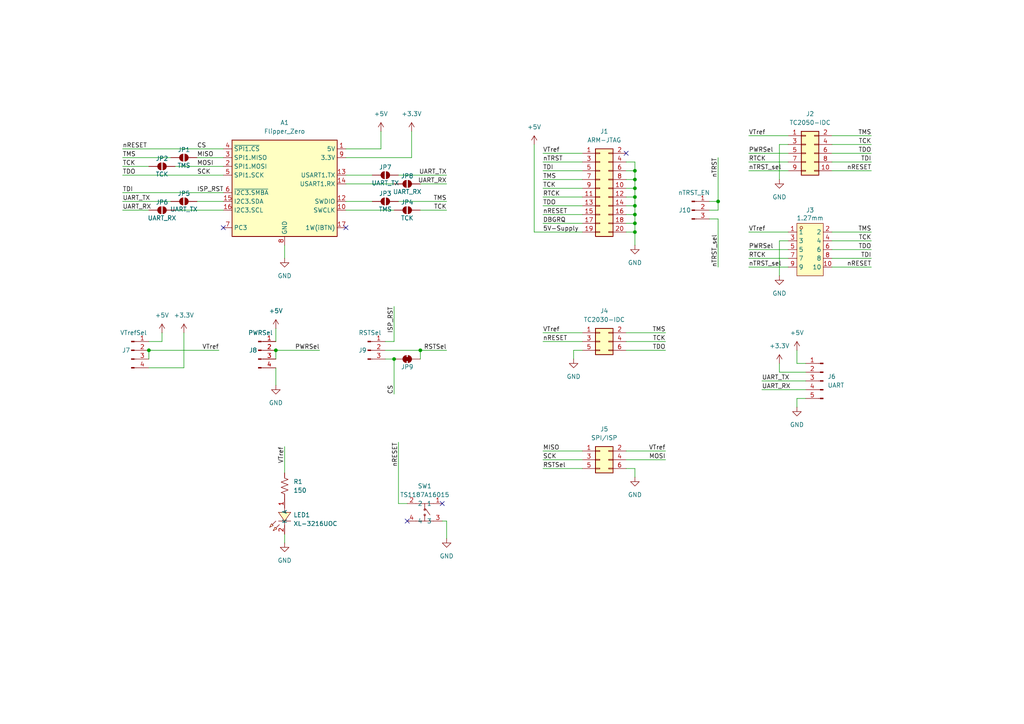
<source format=kicad_sch>
(kicad_sch (version 20250114) (generator "eeschema") (generator_version "9.0")
  (paper "A4")
  (lib_symbols
    (symbol "Connector:Conn_01x03_Pin" (pin_names (offset 1.016) (hide yes))
      (property "Reference" "J" (at 0 5.08 0))
      (property "Value" "Conn_01x03_Pin" (at 0 -5.08 0))
      (symbol "Conn_01x03_Pin_1_1"
        (rectangle (start 0.8636 2.667) (end 0 2.413) (stroke (width 0.1524)) (fill (type outline)))
        (rectangle (start 0.8636 0.127) (end 0 -0.127) (stroke (width 0.1524)) (fill (type outline)))
        (rectangle (start 0.8636 -2.413) (end 0 -2.667) (stroke (width 0.1524)) (fill (type outline)))
        (polyline (pts (xy 1.27 2.54) (xy 0.8636 2.54)) (stroke (width 0.1524)))
        (polyline (pts (xy 1.27 0) (xy 0.8636 0)) (stroke (width 0.1524)))
        (polyline (pts (xy 1.27 -2.54) (xy 0.8636 -2.54)) (stroke (width 0.1524)))
        (pin passive line (at 5.08 2.54 180) (length 3.81) (name "Pin_1") (number "1"))
        (pin passive line (at 5.08 0 180) (length 3.81) (name "Pin_2") (number "2"))
        (pin passive line (at 5.08 -2.54 180) (length 3.81) (name "Pin_3") (number "3"))
      )
    )
    (symbol "Connector:Conn_01x04_Pin" (pin_names (offset 1.016) (hide yes))
      (property "Reference" "J" (at 0 5.08 0))
      (property "Value" "Conn_01x04_Pin" (at 0 -7.62 0))
      (symbol "Conn_01x04_Pin_1_1"
        (rectangle (start 0.8636 2.667) (end 0 2.413) (stroke (width 0.1524)) (fill (type outline)))
        (rectangle (start 0.8636 0.127) (end 0 -0.127) (stroke (width 0.1524)) (fill (type outline)))
        (rectangle (start 0.8636 -2.413) (end 0 -2.667) (stroke (width 0.1524)) (fill (type outline)))
        (rectangle (start 0.8636 -4.953) (end 0 -5.207) (stroke (width 0.1524)) (fill (type outline)))
        (polyline (pts (xy 1.27 2.54) (xy 0.8636 2.54)) (stroke (width 0.1524)))
        (polyline (pts (xy 1.27 0) (xy 0.8636 0)) (stroke (width 0.1524)))
        (polyline (pts (xy 1.27 -2.54) (xy 0.8636 -2.54)) (stroke (width 0.1524)))
        (polyline (pts (xy 1.27 -5.08) (xy 0.8636 -5.08)) (stroke (width 0.1524)))
        (pin passive line (at 5.08 2.54 180) (length 3.81) (name "Pin_1") (number "1"))
        (pin passive line (at 5.08 0 180) (length 3.81) (name "Pin_2") (number "2"))
        (pin passive line (at 5.08 -2.54 180) (length 3.81) (name "Pin_3") (number "3"))
        (pin passive line (at 5.08 -5.08 180) (length 3.81) (name "Pin_4") (number "4"))
      )
    )
    (symbol "Connector:Conn_01x05_Pin" (pin_names (offset 1.016) (hide yes))
      (property "Reference" "J" (at 0 7.62 0))
      (property "Value" "Conn_01x05_Pin" (at 0 -7.62 0))
      (symbol "Conn_01x05_Pin_1_1"
        (rectangle (start 0.8636 5.207) (end 0 4.953) (stroke (width 0.1524)) (fill (type outline)))
        (rectangle (start 0.8636 2.667) (end 0 2.413) (stroke (width 0.1524)) (fill (type outline)))
        (rectangle (start 0.8636 0.127) (end 0 -0.127) (stroke (width 0.1524)) (fill (type outline)))
        (rectangle (start 0.8636 -2.413) (end 0 -2.667) (stroke (width 0.1524)) (fill (type outline)))
        (rectangle (start 0.8636 -4.953) (end 0 -5.207) (stroke (width 0.1524)) (fill (type outline)))
        (polyline (pts (xy 1.27 5.08) (xy 0.8636 5.08)) (stroke (width 0.1524)))
        (polyline (pts (xy 1.27 2.54) (xy 0.8636 2.54)) (stroke (width 0.1524)))
        (polyline (pts (xy 1.27 0) (xy 0.8636 0)) (stroke (width 0.1524)))
        (polyline (pts (xy 1.27 -2.54) (xy 0.8636 -2.54)) (stroke (width 0.1524)))
        (polyline (pts (xy 1.27 -5.08) (xy 0.8636 -5.08)) (stroke (width 0.1524)))
        (pin passive line (at 5.08 5.08 180) (length 3.81) (name "Pin_1") (number "1"))
        (pin passive line (at 5.08 2.54 180) (length 3.81) (name "Pin_2") (number "2"))
        (pin passive line (at 5.08 0 180) (length 3.81) (name "Pin_3") (number "3"))
        (pin passive line (at 5.08 -2.54 180) (length 3.81) (name "Pin_4") (number "4"))
        (pin passive line (at 5.08 -5.08 180) (length 3.81) (name "Pin_5") (number "5"))
      )
    )
    (symbol "Connector_Generic:Conn_02x03_Odd_Even" (pin_names (offset 1.016) (hide yes))
      (property "Reference" "J" (at 1.27 5.08 0))
      (property "Value" "Conn_02x03_Odd_Even" (at 1.27 -5.08 0))
      (symbol "Conn_02x03_Odd_Even_1_1"
        (rectangle (start -1.27 3.81) (end 3.81 -3.81) (stroke (width 0.254)) (fill (type background)))
        (rectangle (start -1.27 2.667) (end 0 2.413) (stroke (width 0.1524)))
        (rectangle (start -1.27 0.127) (end 0 -0.127) (stroke (width 0.1524)))
        (rectangle (start -1.27 -2.413) (end 0 -2.667) (stroke (width 0.1524)))
        (rectangle (start 3.81 2.667) (end 2.54 2.413) (stroke (width 0.1524)))
        (rectangle (start 3.81 0.127) (end 2.54 -0.127) (stroke (width 0.1524)))
        (rectangle (start 3.81 -2.413) (end 2.54 -2.667) (stroke (width 0.1524)))
        (pin passive line (at -5.08 2.54 0) (length 3.81) (name "Pin_1") (number "1"))
        (pin passive line (at -5.08 0 0) (length 3.81) (name "Pin_3") (number "3"))
        (pin passive line (at -5.08 -2.54 0) (length 3.81) (name "Pin_5") (number "5"))
        (pin passive line (at 7.62 2.54 180) (length 3.81) (name "Pin_2") (number "2"))
        (pin passive line (at 7.62 0 180) (length 3.81) (name "Pin_4") (number "4"))
        (pin passive line (at 7.62 -2.54 180) (length 3.81) (name "Pin_6") (number "6"))
      )
    )
    (symbol "Connector_Generic:Conn_02x05_Odd_Even" (pin_names (offset 1.016) (hide yes))
      (property "Reference" "J" (at 1.27 7.62 0))
      (property "Value" "Conn_02x05_Odd_Even" (at 1.27 -7.62 0))
      (symbol "Conn_02x05_Odd_Even_1_1"
        (rectangle (start -1.27 6.35) (end 3.81 -6.35) (stroke (width 0.254)) (fill (type background)))
        (rectangle (start -1.27 5.207) (end 0 4.953) (stroke (width 0.1524)))
        (rectangle (start -1.27 2.667) (end 0 2.413) (stroke (width 0.1524)))
        (rectangle (start -1.27 0.127) (end 0 -0.127) (stroke (width 0.1524)))
        (rectangle (start -1.27 -2.413) (end 0 -2.667) (stroke (width 0.1524)))
        (rectangle (start -1.27 -4.953) (end 0 -5.207) (stroke (width 0.1524)))
        (rectangle (start 3.81 5.207) (end 2.54 4.953) (stroke (width 0.1524)))
        (rectangle (start 3.81 2.667) (end 2.54 2.413) (stroke (width 0.1524)))
        (rectangle (start 3.81 0.127) (end 2.54 -0.127) (stroke (width 0.1524)))
        (rectangle (start 3.81 -2.413) (end 2.54 -2.667) (stroke (width 0.1524)))
        (rectangle (start 3.81 -4.953) (end 2.54 -5.207) (stroke (width 0.1524)))
        (pin passive line (at -5.08 5.08 0) (length 3.81) (name "Pin_1") (number "1"))
        (pin passive line (at -5.08 2.54 0) (length 3.81) (name "Pin_3") (number "3"))
        (pin passive line (at -5.08 0 0) (length 3.81) (name "Pin_5") (number "5"))
        (pin passive line (at -5.08 -2.54 0) (length 3.81) (name "Pin_7") (number "7"))
        (pin passive line (at -5.08 -5.08 0) (length 3.81) (name "Pin_9") (number "9"))
        (pin passive line (at 7.62 5.08 180) (length 3.81) (name "Pin_2") (number "2"))
        (pin passive line (at 7.62 2.54 180) (length 3.81) (name "Pin_4") (number "4"))
        (pin passive line (at 7.62 0 180) (length 3.81) (name "Pin_6") (number "6"))
        (pin passive line (at 7.62 -2.54 180) (length 3.81) (name "Pin_8") (number "8"))
        (pin passive line (at 7.62 -5.08 180) (length 3.81) (name "Pin_10") (number "10"))
      )
    )
    (symbol "Connector_Generic:Conn_02x10_Odd_Even" (pin_names (offset 1.016) (hide yes))
      (property "Reference" "J" (at 1.27 12.7 0))
      (property "Value" "Conn_02x10_Odd_Even" (at 1.27 -15.24 0))
      (symbol "Conn_02x10_Odd_Even_1_1"
        (rectangle (start -1.27 11.43) (end 3.81 -13.97) (stroke (width 0.254)) (fill (type background)))
        (rectangle (start -1.27 10.287) (end 0 10.033) (stroke (width 0.1524)))
        (rectangle (start -1.27 7.747) (end 0 7.493) (stroke (width 0.1524)))
        (rectangle (start -1.27 5.207) (end 0 4.953) (stroke (width 0.1524)))
        (rectangle (start -1.27 2.667) (end 0 2.413) (stroke (width 0.1524)))
        (rectangle (start -1.27 0.127) (end 0 -0.127) (stroke (width 0.1524)))
        (rectangle (start -1.27 -2.413) (end 0 -2.667) (stroke (width 0.1524)))
        (rectangle (start -1.27 -4.953) (end 0 -5.207) (stroke (width 0.1524)))
        (rectangle (start -1.27 -7.493) (end 0 -7.747) (stroke (width 0.1524)))
        (rectangle (start -1.27 -10.033) (end 0 -10.287) (stroke (width 0.1524)))
        (rectangle (start -1.27 -12.573) (end 0 -12.827) (stroke (width 0.1524)))
        (rectangle (start 3.81 10.287) (end 2.54 10.033) (stroke (width 0.1524)))
        (rectangle (start 3.81 7.747) (end 2.54 7.493) (stroke (width 0.1524)))
        (rectangle (start 3.81 5.207) (end 2.54 4.953) (stroke (width 0.1524)))
        (rectangle (start 3.81 2.667) (end 2.54 2.413) (stroke (width 0.1524)))
        (rectangle (start 3.81 0.127) (end 2.54 -0.127) (stroke (width 0.1524)))
        (rectangle (start 3.81 -2.413) (end 2.54 -2.667) (stroke (width 0.1524)))
        (rectangle (start 3.81 -4.953) (end 2.54 -5.207) (stroke (width 0.1524)))
        (rectangle (start 3.81 -7.493) (end 2.54 -7.747) (stroke (width 0.1524)))
        (rectangle (start 3.81 -10.033) (end 2.54 -10.287) (stroke (width 0.1524)))
        (rectangle (start 3.81 -12.573) (end 2.54 -12.827) (stroke (width 0.1524)))
        (pin passive line (at -5.08 10.16 0) (length 3.81) (name "Pin_1") (number "1"))
        (pin passive line (at -5.08 7.62 0) (length 3.81) (name "Pin_3") (number "3"))
        (pin passive line (at -5.08 5.08 0) (length 3.81) (name "Pin_5") (number "5"))
        (pin passive line (at -5.08 2.54 0) (length 3.81) (name "Pin_7") (number "7"))
        (pin passive line (at -5.08 0 0) (length 3.81) (name "Pin_9") (number "9"))
        (pin passive line (at -5.08 -2.54 0) (length 3.81) (name "Pin_11") (number "11"))
        (pin passive line (at -5.08 -5.08 0) (length 3.81) (name "Pin_13") (number "13"))
        (pin passive line (at -5.08 -7.62 0) (length 3.81) (name "Pin_15") (number "15"))
        (pin passive line (at -5.08 -10.16 0) (length 3.81) (name "Pin_17") (number "17"))
        (pin passive line (at -5.08 -12.7 0) (length 3.81) (name "Pin_19") (number "19"))
        (pin passive line (at 7.62 10.16 180) (length 3.81) (name "Pin_2") (number "2"))
        (pin passive line (at 7.62 7.62 180) (length 3.81) (name "Pin_4") (number "4"))
        (pin passive line (at 7.62 5.08 180) (length 3.81) (name "Pin_6") (number "6"))
        (pin passive line (at 7.62 2.54 180) (length 3.81) (name "Pin_8") (number "8"))
        (pin passive line (at 7.62 0 180) (length 3.81) (name "Pin_10") (number "10"))
        (pin passive line (at 7.62 -2.54 180) (length 3.81) (name "Pin_12") (number "12"))
        (pin passive line (at 7.62 -5.08 180) (length 3.81) (name "Pin_14") (number "14"))
        (pin passive line (at 7.62 -7.62 180) (length 3.81) (name "Pin_16") (number "16"))
        (pin passive line (at 7.62 -10.16 180) (length 3.81) (name "Pin_18") (number "18"))
        (pin passive line (at 7.62 -12.7 180) (length 3.81) (name "Pin_20") (number "20"))
      )
    )
    (symbol "Device:R_US" (pin_numbers (hide yes)) (pin_names (offset 0))
      (property "Reference" "R" (at 2.54 0 90))
      (property "Value" "R_US" (at -2.54 0 90))
      (symbol "R_US_0_1"
        (polyline (pts (xy 0 2.286) (xy 0 2.54)))
        (polyline (pts (xy 0 2.286) (xy 1.016 1.905) (xy 0 1.524) (xy -1.016 1.143) (xy 0 0.762)))
        (polyline (pts (xy 0 0.762) (xy 1.016 0.381) (xy 0 0) (xy -1.016 -0.381) (xy 0 -0.762)))
        (polyline (pts (xy 0 -0.762) (xy 1.016 -1.143) (xy 0 -1.524) (xy -1.016 -1.905) (xy 0 -2.286)))
        (polyline (pts (xy 0 -2.286) (xy 0 -2.54)))
      )
      (symbol "R_US_1_1"
        (pin passive line (at 0 3.81 270) (length 1.27) (name "~") (number "1"))
        (pin passive line (at 0 -3.81 90) (length 1.27) (name "~") (number "2"))
      )
    )
    (symbol "EasyEDA2KiCAD:HXIDC127-2-05-Z-4.9"
      (property "Reference" "CN" (at 0 10.16 0))
      (property "Value" "HX IDC127-2-05-Z-4.9" (at 0 -10.16 0))
      (symbol "HXIDC127-2-05-Z-4.9_0_1"
        (rectangle (start -3.81 7.62) (end 3.81 -7.62) (fill (type background)))
        (circle (center -2.54 6.35) (radius 0.38))
        (pin unspecified line (at -6.35 5.08 0) (length 2.54) (name "1") (number "1"))
        (pin unspecified line (at -6.35 2.54 0) (length 2.54) (name "3") (number "3"))
        (pin unspecified line (at -6.35 0 0) (length 2.54) (name "5") (number "5"))
        (pin unspecified line (at -6.35 -2.54 0) (length 2.54) (name "7") (number "7"))
        (pin unspecified line (at -6.35 -5.08 0) (length 2.54) (name "9") (number "9"))
        (pin unspecified line (at 6.35 5.08 180) (length 2.54) (name "2") (number "2"))
        (pin unspecified line (at 6.35 2.54 180) (length 2.54) (name "4") (number "4"))
        (pin unspecified line (at 6.35 0 180) (length 2.54) (name "6") (number "6"))
        (pin unspecified line (at 6.35 -2.54 180) (length 2.54) (name "8") (number "8"))
        (pin unspecified line (at 6.35 -5.08 180) (length 2.54) (name "10") (number "10"))
      )
    )
    (symbol "EasyEDA2KiCAD:TS1187A16015"
      (property "Reference" "SW" (at 0 7.62 0))
      (property "Value" "TS1187A16015" (at 0 -7.62 0))
      (symbol "TS1187A16015_0_1"
        (polyline (pts (xy -2.54 2.54) (xy 2.54 2.54)))
        (polyline (pts (xy -1.52 -0.76) (xy -0.25 1.02)))
        (polyline (pts (xy 0 2.54) (xy 0 1.52)))
        (polyline (pts (xy 0 1.52) (xy 0 0.76)))
        (circle (center 0 0.76) (radius 0.25))
        (circle (center 0 -0.76) (radius 0.25))
        (polyline (pts (xy 0 -2.54) (xy 0 -0.76)))
        (polyline (pts (xy 2.54 -2.54) (xy -2.54 -2.54)))
        (pin unspecified line (at -5.08 2.54 0) (length 2.54) (name "1") (number "1"))
        (pin unspecified line (at -5.08 -2.54 0) (length 2.54) (name "3") (number "3"))
        (pin unspecified line (at 5.08 2.54 180) (length 2.54) (name "2") (number "2"))
        (pin unspecified line (at 5.08 -2.54 180) (length 2.54) (name "4") (number "4"))
      )
    )
    (symbol "EasyEDA2KiCAD:XL-3216UOC"
      (property "Reference" "LED" (at 0 5.08 0))
      (property "Value" "XL-3216UOC" (at 0 -5.08 0))
      (symbol "XL-3216UOC_0_1"
        (polyline (pts (xy -4.06 3.3) (xy -3.05 2.79) (xy -3.56 2.29) (xy -4.06 3.3)) (fill (type background)))
        (polyline (pts (xy -3.05 4.32) (xy -2.03 3.81) (xy -2.54 3.3) (xy -3.05 4.32)) (fill (type background)))
        (polyline (pts (xy -2.29 1.52) (xy -3.3 2.54) (xy -2.29 1.52)) (fill (type background)))
        (polyline (pts (xy -1.27 2.54) (xy -2.29 3.56) (xy -1.27 2.54)) (fill (type background)))
        (polyline (pts (xy -1.27 1.78) (xy -1.27 -1.78)))
        (polyline (pts (xy -1.27 0) (xy -2.54 0)))
        (polyline (pts (xy 1.27 1.78) (xy -1.27 0) (xy 1.27 -1.78) (xy 1.27 1.78)) (fill (type background)))
        (polyline (pts (xy 2.54 0) (xy 1.27 0)))
        (pin unspecified line (at -5.08 0 0) (length 2.54) (name "K") (number "2"))
        (pin unspecified line (at 5.08 0 180) (length 2.54) (name "A") (number "1"))
      )
    )
    (symbol "Jumper:SolderJumper_2_Bridged" (pin_numbers (hide yes)) (pin_names (offset 0) (hide yes)) (in_bom no)
      (property "Reference" "JP" (at 0 2.032 0))
      (property "Value" "SolderJumper_2_Bridged" (at 0 -2.54 0))
      (symbol "SolderJumper_2_Bridged_0_1"
        (rectangle (start -0.508 0.508) (end 0.508 -0.508) (fill (type outline)))
        (polyline (pts (xy -0.254 1.016) (xy -0.254 -1.016)))
        (arc (start -0.254 -1.016) (mid -1.2656 0) (end -0.254 1.016))
        (arc (start -0.254 -1.016) (mid -1.2656 0) (end -0.254 1.016) (fill (type outline)))
        (arc (start 0.254 1.016) (mid 1.2656 0) (end 0.254 -1.016))
        (arc (start 0.254 1.016) (mid 1.2656 0) (end 0.254 -1.016) (fill (type outline)))
        (polyline (pts (xy 0.254 1.016) (xy 0.254 -1.016)))
      )
      (symbol "SolderJumper_2_Bridged_1_1"
        (pin passive line (at -3.81 0 0) (length 2.54) (name "A") (number "1"))
        (pin passive line (at 3.81 0 180) (length 2.54) (name "B") (number "2"))
      )
    )
    (symbol "Jumper:SolderJumper_2_Open" (pin_numbers (hide yes)) (pin_names (offset 0) (hide yes)) (in_bom no)
      (property "Reference" "JP" (at 0 2.032 0))
      (property "Value" "SolderJumper_2_Open" (at 0 -2.54 0))
      (symbol "SolderJumper_2_Open_0_1"
        (polyline (pts (xy -0.254 1.016) (xy -0.254 -1.016)))
        (arc (start -0.254 -1.016) (mid -1.2656 0) (end -0.254 1.016))
        (arc (start -0.254 -1.016) (mid -1.2656 0) (end -0.254 1.016) (fill (type outline)))
        (arc (start 0.254 1.016) (mid 1.2656 0) (end 0.254 -1.016))
        (arc (start 0.254 1.016) (mid 1.2656 0) (end 0.254 -1.016) (fill (type outline)))
        (polyline (pts (xy 0.254 1.016) (xy 0.254 -1.016)))
      )
      (symbol "SolderJumper_2_Open_1_1"
        (pin passive line (at -3.81 0 0) (length 2.54) (name "A") (number "1"))
        (pin passive line (at 3.81 0 180) (length 2.54) (name "B") (number "2"))
      )
    )
    (symbol "MCU_Module:Flipper_Zero"
      (property "Reference" "A" (at -14.224 16.764 0))
      (property "Value" "Flipper_Zero" (at 8.89 16.764 0))
      (symbol "Flipper_Zero_0_0"
        (pin power_out line (at 17.78 12.7 180) (length 2.54) (name "5V") (number "1"))
        (pin power_out line (at 17.78 10.16 180) (length 2.54) (name "3.3V") (number "9"))
      )
      (symbol "Flipper_Zero_1_0"
        (pin bidirectional line (at -17.78 12.7 0) (length 2.54) (name "~{SPI1.CS}") (number "4"))
        (pin bidirectional line (at -17.78 10.16 0) (length 2.54) (name "SPI1.MISO") (number "3"))
        (pin bidirectional line (at -17.78 7.62 0) (length 2.54) (name "SPI1.MOSI") (number "2"))
        (pin bidirectional line (at -17.78 5.08 0) (length 2.54) (name "SPI1.SCK") (number "5"))
        (pin open_collector line (at -17.78 0 0) (length 2.54) (name "~{I2C3.SMBA}") (number "6"))
        (pin bidirectional line (at -17.78 -2.54 0) (length 2.54) (name "I2C3.SDA") (number "15"))
        (pin bidirectional line (at -17.78 -5.08 0) (length 2.54) (name "I2C3.SCL") (number "16"))
        (pin bidirectional line (at -17.78 -10.16 0) (length 2.54) (name "PC3") (number "7"))
        (pin passive line (at 0 -15.24 90) (length 2.54) (hide yes) (name "GND") (number "11"))
        (pin passive line (at 0 -15.24 90) (length 2.54) (hide yes) (name "GND") (number "18"))
        (pin power_in line (at 0 -15.24 90) (length 2.54) (name "GND") (number "8"))
        (pin output line (at 17.78 5.08 180) (length 2.54) (name "USART1.TX") (number "13"))
        (pin input line (at 17.78 2.54 180) (length 2.54) (name "USART1.RX") (number "14"))
        (pin bidirectional line (at 17.78 -2.54 180) (length 2.54) (name "SWDIO") (number "12"))
        (pin output line (at 17.78 -5.08 180) (length 2.54) (name "SWCLK") (number "10"))
        (pin bidirectional line (at 17.78 -10.16 180) (length 2.54) (name "1W(iBTN)") (number "17"))
      )
      (symbol "Flipper_Zero_1_1"
        (rectangle (start -15.24 15.24) (end 15.24 -12.7) (stroke (width 0.254)) (fill (type background)))
      )
    )
    (symbol "PCM_4ms_Power-symbol:+3.3V" (power) (pin_names (offset 0))
      (property "Value" "+3.3V" (at 0 3.556 0))
      (symbol "+3.3V_0_1"
        (polyline (pts (xy -0.762 1.27) (xy 0 2.54)))
        (polyline (pts (xy 0 2.54) (xy 0.762 1.27)))
        (polyline (pts (xy 0 0) (xy 0 2.54)))
      )
      (symbol "+3.3V_1_1"
        (pin power_in line (at 0 0 90) (length 0) (hide yes) (name "+3V3") (number "1"))
      )
    )
    (symbol "power:+5V" (power) (pin_numbers (hide yes)) (pin_names (offset 0) (hide yes))
      (property "Value" "+5V" (at 0 3.556 0))
      (symbol "+5V_0_1"
        (polyline (pts (xy -0.762 1.27) (xy 0 2.54)))
        (polyline (pts (xy 0 2.54) (xy 0.762 1.27)))
        (polyline (pts (xy 0 0) (xy 0 2.54)))
      )
      (symbol "+5V_1_1"
        (pin power_in line (at 0 0 90) (length 0) (name "~") (number "1"))
      )
    )
    (symbol "power:GND" (power) (pin_numbers (hide yes)) (pin_names (offset 0) (hide yes))
      (property "Value" "GND" (at 0 -3.81 0))
      (symbol "GND_0_1"
        (polyline (pts (xy 0 0) (xy 0 -1.27) (xy 1.27 -1.27) (xy 0 -2.54) (xy -1.27 -1.27) (xy 0 -1.27)))
      )
      (symbol "GND_1_1"
        (pin power_in line (at 0 0 270) (length 0) (name "~") (number "1"))
      )
    )
  )
  (junction (at 184.15 49.53))
  (junction (at 184.15 62.23))
  (junction (at 43.18 101.6))
  (junction (at 184.15 59.69))
  (junction (at 114.3 104.14))
  (junction (at 184.15 67.31))
  (junction (at 184.15 64.77))
  (junction (at 184.15 57.15))
  (junction (at 184.15 52.07))
  (junction (at 184.15 54.61))
  (junction (at 208.28 58.42))
  (junction (at 121.92 101.6))
  (junction (at 80.01 101.6))
  (no_connect (at 181.61 44.45))
  (no_connect (at 100.33 66.04))
  (no_connect (at 118.11 151.13))
  (no_connect (at 64.77 66.04))
  (no_connect (at 128.27 146.05))
  (wire (pts (xy 57.15 58.42) (xy 64.77 58.42)))
  (wire (pts (xy 217.17 46.99) (xy 228.6 46.99)))
  (wire (pts (xy 157.48 44.45) (xy 168.91 44.45)))
  (wire (pts (xy 220.98 110.49) (xy 233.68 110.49)))
  (wire (pts (xy 121.92 101.6) (xy 129.54 101.6)))
  (wire (pts (xy 181.61 64.77) (xy 184.15 64.77)))
  (wire (pts (xy 50.8 48.26) (xy 64.77 48.26)))
  (wire (pts (xy 110.49 38.1) (xy 110.49 43.18)))
  (wire (pts (xy 166.37 101.6) (xy 168.91 101.6)))
  (wire (pts (xy 181.61 101.6) (xy 193.04 101.6)))
  (wire (pts (xy 129.54 53.34) (xy 121.92 53.34)))
  (wire (pts (xy 121.92 60.96) (xy 129.54 60.96)))
  (wire (pts (xy 217.17 74.93) (xy 228.6 74.93)))
  (wire (pts (xy 100.33 53.34) (xy 114.3 53.34)))
  (wire (pts (xy 220.98 113.03) (xy 233.68 113.03)))
  (wire (pts (xy 50.8 60.96) (xy 64.77 60.96)))
  (wire (pts (xy 241.3 74.93) (xy 252.73 74.93)))
  (wire (pts (xy 217.17 39.37) (xy 228.6 39.37)))
  (wire (pts (xy 114.3 104.14) (xy 114.3 114.3)))
  (wire (pts (xy 157.48 130.81) (xy 168.91 130.81)))
  (wire (pts (xy 233.68 105.41) (xy 231.14 105.41)))
  (wire (pts (xy 100.33 58.42) (xy 107.95 58.42)))
  (wire (pts (xy 157.48 135.89) (xy 168.91 135.89)))
  (wire (pts (xy 53.34 96.52) (xy 53.34 106.68)))
  (wire (pts (xy 241.3 69.85) (xy 252.73 69.85)))
  (wire (pts (xy 231.14 101.6) (xy 231.14 105.41)))
  (wire (pts (xy 35.56 58.42) (xy 49.53 58.42)))
  (wire (pts (xy 181.61 67.31) (xy 184.15 67.31)))
  (wire (pts (xy 205.74 63.5) (xy 208.28 63.5)))
  (wire (pts (xy 57.15 45.72) (xy 64.77 45.72)))
  (wire (pts (xy 184.15 46.99) (xy 184.15 49.53)))
  (wire (pts (xy 241.3 39.37) (xy 252.73 39.37)))
  (wire (pts (xy 181.61 62.23) (xy 184.15 62.23)))
  (wire (pts (xy 35.56 60.96) (xy 43.18 60.96)))
  (wire (pts (xy 129.54 151.13) (xy 128.27 151.13)))
  (wire (pts (xy 217.17 44.45) (xy 228.6 44.45)))
  (wire (pts (xy 157.48 62.23) (xy 168.91 62.23)))
  (wire (pts (xy 241.3 67.31) (xy 252.73 67.31)))
  (wire (pts (xy 184.15 57.15) (xy 184.15 59.69)))
  (wire (pts (xy 100.33 43.18) (xy 110.49 43.18)))
  (wire (pts (xy 129.54 50.8) (xy 115.57 50.8)))
  (wire (pts (xy 43.18 101.6) (xy 43.18 104.14)))
  (wire (pts (xy 157.48 54.61) (xy 168.91 54.61)))
  (wire (pts (xy 63.5 101.6) (xy 43.18 101.6)))
  (wire (pts (xy 100.33 45.72) (xy 119.38 45.72)))
  (wire (pts (xy 181.61 130.81) (xy 193.04 130.81)))
  (wire (pts (xy 121.92 101.6) (xy 121.92 104.14)))
  (wire (pts (xy 111.76 104.14) (xy 114.3 104.14)))
  (wire (pts (xy 157.48 49.53) (xy 168.91 49.53)))
  (wire (pts (xy 157.48 64.77) (xy 168.91 64.77)))
  (wire (pts (xy 82.55 154.94) (xy 82.55 157.48)))
  (wire (pts (xy 184.15 59.69) (xy 184.15 62.23)))
  (wire (pts (xy 114.3 88.9) (xy 114.3 99.06)))
  (wire (pts (xy 181.61 99.06) (xy 193.04 99.06)))
  (wire (pts (xy 217.17 77.47) (xy 228.6 77.47)))
  (wire (pts (xy 231.14 115.57) (xy 231.14 118.11)))
  (wire (pts (xy 217.17 72.39) (xy 228.6 72.39)))
  (wire (pts (xy 241.3 49.53) (xy 252.73 49.53)))
  (wire (pts (xy 226.06 69.85) (xy 228.6 69.85)))
  (wire (pts (xy 35.56 48.26) (xy 43.18 48.26)))
  (wire (pts (xy 205.74 58.42) (xy 208.28 58.42)))
  (wire (pts (xy 80.01 106.68) (xy 80.01 111.76)))
  (wire (pts (xy 208.28 58.42) (xy 208.28 60.96)))
  (wire (pts (xy 181.61 133.35) (xy 193.04 133.35)))
  (wire (pts (xy 157.48 59.69) (xy 168.91 59.69)))
  (wire (pts (xy 184.15 52.07) (xy 184.15 54.61)))
  (wire (pts (xy 226.06 69.85) (xy 226.06 80.01)))
  (wire (pts (xy 217.17 49.53) (xy 228.6 49.53)))
  (wire (pts (xy 80.01 95.25) (xy 80.01 99.06)))
  (wire (pts (xy 184.15 67.31) (xy 184.15 71.12)))
  (wire (pts (xy 205.74 60.96) (xy 208.28 60.96)))
  (wire (pts (xy 157.48 57.15) (xy 168.91 57.15)))
  (wire (pts (xy 35.56 43.18) (xy 64.77 43.18)))
  (wire (pts (xy 181.61 46.99) (xy 184.15 46.99)))
  (wire (pts (xy 157.48 133.35) (xy 168.91 133.35)))
  (wire (pts (xy 217.17 67.31) (xy 228.6 67.31)))
  (wire (pts (xy 241.3 72.39) (xy 252.73 72.39)))
  (wire (pts (xy 111.76 99.06) (xy 114.3 99.06)))
  (wire (pts (xy 226.06 41.91) (xy 226.06 52.07)))
  (wire (pts (xy 241.3 77.47) (xy 252.73 77.47)))
  (wire (pts (xy 181.61 52.07) (xy 184.15 52.07)))
  (wire (pts (xy 184.15 49.53) (xy 184.15 52.07)))
  (wire (pts (xy 184.15 62.23) (xy 184.15 64.77)))
  (wire (pts (xy 241.3 41.91) (xy 252.73 41.91)))
  (wire (pts (xy 35.56 55.88) (xy 64.77 55.88)))
  (wire (pts (xy 184.15 135.89) (xy 181.61 135.89)))
  (wire (pts (xy 119.38 45.72) (xy 119.38 38.1)))
  (wire (pts (xy 184.15 138.43) (xy 184.15 135.89)))
  (wire (pts (xy 154.94 67.31) (xy 168.91 67.31)))
  (wire (pts (xy 181.61 57.15) (xy 184.15 57.15)))
  (wire (pts (xy 226.06 105.41) (xy 226.06 107.95)))
  (wire (pts (xy 184.15 54.61) (xy 184.15 57.15)))
  (wire (pts (xy 80.01 101.6) (xy 92.71 101.6)))
  (wire (pts (xy 181.61 96.52) (xy 193.04 96.52)))
  (wire (pts (xy 166.37 101.6) (xy 166.37 104.14)))
  (wire (pts (xy 46.99 99.06) (xy 43.18 99.06)))
  (wire (pts (xy 100.33 50.8) (xy 107.95 50.8)))
  (wire (pts (xy 184.15 64.77) (xy 184.15 67.31)))
  (wire (pts (xy 111.76 101.6) (xy 121.92 101.6)))
  (wire (pts (xy 157.48 52.07) (xy 168.91 52.07)))
  (wire (pts (xy 35.56 50.8) (xy 64.77 50.8)))
  (wire (pts (xy 208.28 45.72) (xy 208.28 58.42)))
  (wire (pts (xy 226.06 41.91) (xy 228.6 41.91)))
  (wire (pts (xy 157.48 46.99) (xy 168.91 46.99)))
  (wire (pts (xy 241.3 46.99) (xy 252.73 46.99)))
  (wire (pts (xy 181.61 54.61) (xy 184.15 54.61)))
  (wire (pts (xy 115.57 58.42) (xy 129.54 58.42)))
  (wire (pts (xy 82.55 71.12) (xy 82.55 74.93)))
  (wire (pts (xy 181.61 49.53) (xy 184.15 49.53)))
  (wire (pts (xy 157.48 99.06) (xy 168.91 99.06)))
  (wire (pts (xy 80.01 101.6) (xy 80.01 104.14)))
  (wire (pts (xy 129.54 156.21) (xy 129.54 151.13)))
  (wire (pts (xy 154.94 41.91) (xy 154.94 67.31)))
  (wire (pts (xy 208.28 63.5) (xy 208.28 77.47)))
  (wire (pts (xy 53.34 106.68) (xy 43.18 106.68)))
  (wire (pts (xy 46.99 96.52) (xy 46.99 99.06)))
  (wire (pts (xy 115.57 128.27) (xy 115.57 146.05)))
  (wire (pts (xy 100.33 60.96) (xy 114.3 60.96)))
  (wire (pts (xy 233.68 115.57) (xy 231.14 115.57)))
  (wire (pts (xy 241.3 44.45) (xy 252.73 44.45)))
  (wire (pts (xy 82.55 129.54) (xy 82.55 137.16)))
  (wire (pts (xy 226.06 107.95) (xy 233.68 107.95)))
  (wire (pts (xy 115.57 146.05) (xy 118.11 146.05)))
  (wire (pts (xy 35.56 45.72) (xy 49.53 45.72)))
  (wire (pts (xy 157.48 96.52) (xy 168.91 96.52)))
  (wire (pts (xy 181.61 59.69) (xy 184.15 59.69)))
  (label "ISP_RST" (at 57.15 55.88 0))
  (label "UART_RX" (at 220.98 113.03 0))
  (label "PWRSel" (at 217.17 44.45 0))
  (label "nRESET" (at 157.48 99.06 0))
  (label "SCK" (at 157.48 133.35 0))
  (label "VTref" (at 82.55 129.54 270))
  (label "nTRST_sel" (at 217.17 77.47 0))
  (label "VTref" (at 157.48 44.45 0))
  (label "TMS" (at 252.73 39.37 180))
  (label "TDO" (at 252.73 72.39 180))
  (label "TDO" (at 157.48 59.69 0))
  (label "CS" (at 57.15 43.18 0))
  (label "RTCK" (at 157.48 57.15 0))
  (label "TCK" (at 129.54 60.96 180))
  (label "nTRST_sel" (at 217.17 49.53 0))
  (label "RTCK" (at 217.17 46.99 0))
  (label "TDO" (at 35.56 50.8 0))
  (label "UART_RX" (at 129.54 53.34 180))
  (label "TDI" (at 252.73 74.93 180))
  (label "TDI" (at 157.48 49.53 0))
  (label "RSTSel" (at 129.54 101.6 180))
  (label "TMS" (at 129.54 58.42 180))
  (label "TCK" (at 252.73 41.91 180))
  (label "MOSI" (at 57.15 48.26 0))
  (label "VTref" (at 193.04 130.81 180))
  (label "UART_RX" (at 35.56 60.96 0))
  (label "TCK" (at 35.56 48.26 0))
  (label "VTref" (at 217.17 67.31 0))
  (label "TMS" (at 252.73 67.31 180))
  (label "ISP_RST" (at 114.3 88.9 270))
  (label "nRESET" (at 252.73 49.53 180))
  (label "RTCK" (at 217.17 74.93 0))
  (label "VTref" (at 157.48 96.52 0))
  (label "UART_TX" (at 35.56 58.42 0))
  (label "DBGRQ" (at 157.48 64.77 0))
  (label "UART_TX" (at 129.54 50.8 180))
  (label "PWRSel" (at 217.17 72.39 0))
  (label "nRESET" (at 115.57 128.27 270))
  (label "RSTSel" (at 157.48 135.89 0))
  (label "UART_TX" (at 220.98 110.49 0))
  (label "MOSI" (at 193.04 133.35 180))
  (label "nRESET" (at 35.56 43.18 0))
  (label "5V-Supply" (at 157.48 67.31 0))
  (label "TDI" (at 252.73 46.99 180))
  (label "nTRST_sel" (at 208.28 77.47 90))
  (label "MISO" (at 157.48 130.81 0))
  (label "TMS" (at 157.48 52.07 0))
  (label "TMS" (at 193.04 96.52 180))
  (label "TMS" (at 35.56 45.72 0))
  (label "TCK" (at 193.04 99.06 180))
  (label "TCK" (at 157.48 54.61 0))
  (label "SCK" (at 57.15 50.8 0))
  (label "MISO" (at 57.15 45.72 0))
  (label "PWRSel" (at 92.71 101.6 180))
  (label "CS" (at 114.3 114.3 90))
  (label "nRESET" (at 252.73 77.47 180))
  (label "nRESET" (at 157.48 62.23 0))
  (label "VTref" (at 63.5 101.6 180))
  (label "nTRST" (at 157.48 46.99 0))
  (label "TDI" (at 35.56 55.88 0))
  (label "VTref" (at 217.17 39.37 0))
  (label "TDO" (at 252.73 44.45 180))
  (label "TDO" (at 193.04 101.6 180))
  (label "nTRST" (at 208.28 45.72 270))
  (label "TCK" (at 252.73 69.85 180))
  (symbol (lib_id "power:GND") (at 184.15 71.12 0) (unit 1)
    (property "Reference" "#PWR01" (effects (hide yes)))
    (property "Value" "GND" (at 184.15 76.2 0))
    (property "Description" "Power symbol creates a global label with name \"GND\" , ground" (effects (hide yes)))
  )
  (symbol (lib_id "Jumper:SolderJumper_2_Open") (at 118.11 60.96 0) (unit 1) (in_bom no)
    (property "Reference" "JP4" (at 118.11 58.674 0))
    (property "Value" "TCK" (at 118.11 63.246 0))
    (property "Footprint" "PCM_4ms_SolderJumper:JUMPER_SMD_1x2_tiny" (effects (hide yes)))
    (property "Description" "Solder Jumper, 2-pole, open" (effects (hide yes)))
  )
  (symbol (lib_id "power:GND") (at 226.06 80.01 0) (unit 1)
    (property "Reference" "#PWR015" (effects (hide yes)))
    (property "Value" "GND" (at 226.06 85.09 0))
    (property "Description" "Power symbol creates a global label with name \"GND\" , ground" (effects (hide yes)))
  )
  (symbol (lib_id "Jumper:SolderJumper_2_Bridged") (at 118.11 104.14 0) (mirror x) (unit 1) (in_bom no)
    (property "Reference" "JP9" (at 118.11 106.426 0))
    (property "Value" "SolderJumper_2_Bridged" (effects (hide yes)))
    (property "Footprint" "PCM_4ms_SolderJumper:JUMPER_SMD_1x2_tiny_shorted" (effects (hide yes)))
    (property "Description" "Solder Jumper, 2-pole, closed/bridged" (effects (hide yes)))
  )
  (symbol (lib_id "Jumper:SolderJumper_2_Open") (at 53.34 58.42 0) (mirror y) (unit 1) (in_bom no)
    (property "Reference" "JP5" (at 53.34 56.134 0))
    (property "Value" "UART_TX" (at 53.34 60.706 0))
    (property "Footprint" "PCM_4ms_SolderJumper:JUMPER_SMD_1x2_tiny" (effects (hide yes)))
    (property "Description" "Solder Jumper, 2-pole, open" (effects (hide yes)))
  )
  (symbol (lib_id "power:GND") (at 82.55 74.93 0) (unit 1)
    (property "Reference" "#PWR011" (effects (hide yes)))
    (property "Value" "GND" (at 82.55 80.01 0))
    (property "Description" "Power symbol creates a global label with name \"GND\" , ground" (effects (hide yes)))
  )
  (symbol (lib_id "Connector:Conn_01x04_Pin") (at 74.93 101.6 0) (unit 1)
    (property "Reference" "J8" (at 73.406 101.6 0))
    (property "Value" "PWRSel" (at 75.565 96.52 0))
    (property "Footprint" "Connector_PinHeader_2.54mm:PinHeader_1x04_P2.54mm_Vertical" (effects (hide yes)))
    (property "Description" "Generic connector, single row, 01x04, script generated" (effects (hide yes)))
  )
  (symbol (lib_id "MCU_Module:Flipper_Zero") (at 82.55 55.88 0) (unit 1)
    (property "Reference" "A1" (at 82.55 35.56 0))
    (property "Value" "Flipper_Zero" (at 82.55 38.1 0))
    (property "Footprint" "Module:Flipper_Zero_Straight" (effects (hide yes)))
    (property "Datasheet" "https://docs.flipper.net/development" (effects (hide yes)))
    (property "Description" "Portable multi-tool for pentesters and geeks in a toy-like body, 13 GPIO, USB to UART/SPI/I2C bridge/converter, Serial Wire Debug interface (SWD), 2.54 mm pin header connector" (effects (hide yes)))
  )
  (symbol (lib_id "power:GND") (at 82.55 157.48 0) (unit 1)
    (property "Reference" "#PWR016" (effects (hide yes)))
    (property "Value" "GND" (at 82.55 162.56 0))
    (property "Description" "Power symbol creates a global label with name \"GND\" , ground" (effects (hide yes)))
  )
  (symbol (lib_id "Connector:Conn_01x03_Pin") (at 200.66 60.96 0) (unit 1)
    (property "Reference" "J10" (at 198.628 60.96 0))
    (property "Value" "nTRST_EN" (at 201.295 55.88 0))
    (property "Footprint" "Connector_PinHeader_2.54mm:PinHeader_1x03_P2.54mm_Vertical" (effects (hide yes)))
    (property "Description" "Generic connector, single row, 01x03, script generated" (effects (hide yes)))
  )
  (symbol (lib_id "power:GND") (at 226.06 52.07 0) (unit 1)
    (property "Reference" "#PWR02" (effects (hide yes)))
    (property "Value" "GND" (at 226.06 57.15 0))
    (property "Description" "Power symbol creates a global label with name \"GND\" , ground" (effects (hide yes)))
  )
  (symbol (lib_id "Jumper:SolderJumper_2_Open") (at 46.99 48.26 0) (mirror y) (unit 1) (in_bom no)
    (property "Reference" "JP2" (at 46.99 45.974 0))
    (property "Value" "TCK" (at 46.99 50.546 0))
    (property "Footprint" "PCM_4ms_SolderJumper:JUMPER_SMD_1x2_tiny" (effects (hide yes)))
    (property "Description" "Solder Jumper, 2-pole, open" (effects (hide yes)))
  )
  (symbol (lib_id "PCM_4ms_Power-symbol:+3.3V") (at 119.38 38.1 0) (unit 1)
    (property "Reference" "#PWR06" (effects (hide yes)))
    (property "Value" "+3.3V" (at 119.38 33.02 0))
  )
  (symbol (lib_id "Connector:Conn_01x03_Pin") (at 106.68 101.6 0) (unit 1)
    (property "Reference" "J9" (at 105.156 101.6 0))
    (property "Value" "RSTSel" (at 107.315 96.52 0))
    (property "Footprint" "Connector_PinHeader_2.54mm:PinHeader_1x03_P2.54mm_Vertical" (effects (hide yes)))
    (property "Description" "Generic connector, single row, 01x03, script generated" (effects (hide yes)))
  )
  (symbol (lib_id "Connector_Generic:Conn_02x10_Odd_Even") (at 173.99 54.61 0) (unit 1)
    (property "Reference" "J1" (at 175.26 38.1 0))
    (property "Value" "ARM-JTAG" (at 175.26 40.64 0))
    (property "Footprint" "Connector_IDC:IDC-Header_2x10_P2.54mm_Vertical" (effects (hide yes)))
    (property "Description" "Generic connector, double row, 02x10, odd/even pin numbering scheme (row 1 odd numbers, row 2 even numbers), script generated (kicad-library-utils/schlib/autogen/connector/)" (effects (hide yes)))
    (property "LCSC Part" "C429961" (effects (hide yes)))
  )
  (symbol (lib_id "power:+5V") (at 154.94 41.91 0) (unit 1)
    (property "Reference" "#PWR09" (effects (hide yes)))
    (property "Value" "+5V" (at 154.94 36.83 0))
    (property "Description" "Power symbol creates a global label with name \"+5V\"" (effects (hide yes)))
  )
  (symbol (lib_id "power:GND") (at 80.01 111.76 0) (unit 1)
    (property "Reference" "#PWR03" (effects (hide yes)))
    (property "Value" "GND" (at 80.01 116.84 0))
    (property "Description" "Power symbol creates a global label with name \"GND\" , ground" (effects (hide yes)))
  )
  (symbol (lib_id "power:+5V") (at 46.99 96.52 0) (mirror y) (unit 1)
    (property "Reference" "#PWR08" (effects (hide yes)))
    (property "Value" "+5V" (at 46.99 91.44 0))
    (property "Description" "Power symbol creates a global label with name \"+5V\"" (effects (hide yes)))
  )
  (symbol (lib_id "EasyEDA2KiCAD:XL-3216UOC") (at 82.55 149.86 90) (unit 1)
    (property "Reference" "LED1" (at 85.09 149.3499 90) (effects (justify right)))
    (property "Value" "XL-3216UOC" (at 85.09 151.8899 90) (effects (justify right)))
    (property "Footprint" "EasyEDA2KiCAD:LED1206-R-RD_ORANGE" (effects (hide yes)))
    (property "LCSC Part" "C965823" (effects (hide yes)))
  )
  (symbol (lib_id "Jumper:SolderJumper_2_Open") (at 111.76 58.42 0) (unit 1) (in_bom no)
    (property "Reference" "JP3" (at 111.76 56.134 0))
    (property "Value" "TMS" (at 111.76 60.706 0))
    (property "Footprint" "PCM_4ms_SolderJumper:JUMPER_SMD_1x2_tiny" (effects (hide yes)))
    (property "Description" "Solder Jumper, 2-pole, open" (effects (hide yes)))
  )
  (symbol (lib_id "power:GND") (at 129.54 156.21 0) (unit 1)
    (property "Reference" "#PWR017" (effects (hide yes)))
    (property "Value" "GND" (at 129.54 161.29 0))
    (property "Description" "Power symbol creates a global label with name \"GND\" , ground" (effects (hide yes)))
  )
  (symbol (lib_id "Jumper:SolderJumper_2_Open") (at 118.11 53.34 0) (unit 1) (in_bom no)
    (property "Reference" "JP8" (at 118.11 51.054 0))
    (property "Value" "UART_RX" (at 118.11 55.626 0))
    (property "Footprint" "PCM_4ms_SolderJumper:JUMPER_SMD_1x2_tiny" (effects (hide yes)))
    (property "Description" "Solder Jumper, 2-pole, open" (effects (hide yes)))
  )
  (symbol (lib_id "EasyEDA2KiCAD:HXIDC127-2-05-Z-4.9") (at 234.95 72.39 0) (unit 1)
    (property "Reference" "J3" (at 234.95 60.96 0))
    (property "Value" "1.27mm" (at 234.95 63.246 0))
    (property "Footprint" "EasyEDA2KiCAD:IDC-TH_10P-P1.27-V-M-R2-C5-S1.27" (effects (hide yes)))
    (property "LCSC Part" "C50878437" (effects (hide yes)))
  )
  (symbol (lib_id "PCM_4ms_Power-symbol:+3.3V") (at 226.06 105.41 0) (unit 1)
    (property "Reference" "#PWR013" (effects (hide yes)))
    (property "Value" "+3.3V" (at 226.06 100.33 0))
  )
  (symbol (lib_id "Connector_Generic:Conn_02x03_Odd_Even") (at 173.99 133.35 0) (unit 1)
    (property "Reference" "J5" (at 175.26 124.46 0))
    (property "Value" "SPI/ISP" (at 175.26 127 0))
    (property "Footprint" "Connector_IDC:IDC-Header_2x03_P2.54mm_Vertical" (effects (hide yes)))
    (property "Description" "Generic connector, double row, 02x03, odd/even pin numbering scheme (row 1 odd numbers, row 2 even numbers), script generated (kicad-library-utils/schlib/autogen/connector/)" (effects (hide yes)))
    (property "LCSC Part" "C4749192" (effects (hide yes)))
  )
  (symbol (lib_id "Jumper:SolderJumper_2_Open") (at 53.34 45.72 0) (mirror y) (unit 1) (in_bom no)
    (property "Reference" "JP1" (at 53.34 43.434 0))
    (property "Value" "TMS" (at 53.34 48.006 0))
    (property "Footprint" "PCM_4ms_SolderJumper:JUMPER_SMD_1x2_tiny" (effects (hide yes)))
    (property "Description" "Solder Jumper, 2-pole, open" (effects (hide yes)))
  )
  (symbol (lib_id "Jumper:SolderJumper_2_Open") (at 46.99 60.96 0) (mirror y) (unit 1) (in_bom no)
    (property "Reference" "JP6" (at 46.99 58.674 0))
    (property "Value" "UART_RX" (at 46.99 63.246 0))
    (property "Footprint" "PCM_4ms_SolderJumper:JUMPER_SMD_1x2_tiny" (effects (hide yes)))
    (property "Description" "Solder Jumper, 2-pole, open" (effects (hide yes)))
  )
  (symbol (lib_id "Connector:Conn_01x04_Pin") (at 38.1 101.6 0) (unit 1)
    (property "Reference" "J7" (at 36.576 101.6 0))
    (property "Value" "VTrefSel" (at 38.735 96.52 0))
    (property "Footprint" "Connector_PinHeader_2.54mm:PinHeader_1x04_P2.54mm_Vertical" (effects (hide yes)))
    (property "Description" "Generic connector, single row, 01x04, script generated" (effects (hide yes)))
  )
  (symbol (lib_id "power:GND") (at 231.14 118.11 0) (unit 1)
    (property "Reference" "#PWR014" (effects (hide yes)))
    (property "Value" "GND" (at 231.14 123.19 0))
    (property "Description" "Power symbol creates a global label with name \"GND\" , ground" (effects (hide yes)))
  )
  (symbol (lib_id "power:+5V") (at 110.49 38.1 0) (unit 1)
    (property "Reference" "#PWR05" (effects (hide yes)))
    (property "Value" "+5V" (at 110.49 33.02 0))
    (property "Description" "Power symbol creates a global label with name \"+5V\"" (effects (hide yes)))
  )
  (symbol (lib_id "Jumper:SolderJumper_2_Open") (at 111.76 50.8 0) (unit 1) (in_bom no)
    (property "Reference" "JP7" (at 111.76 48.514 0))
    (property "Value" "UART_TX" (at 111.76 53.086 0))
    (property "Footprint" "PCM_4ms_SolderJumper:JUMPER_SMD_1x2_tiny" (effects (hide yes)))
    (property "Description" "Solder Jumper, 2-pole, open" (effects (hide yes)))
  )
  (symbol (lib_id "EasyEDA2KiCAD:TS1187A16015") (at 123.19 148.59 0) (mirror y) (unit 1)
    (property "Reference" "SW1" (at 123.19 140.97 0))
    (property "Value" "TS1187A16015" (at 123.19 143.51 0))
    (property "Footprint" "EasyEDA2KiCAD:SW-SMD_4P-L5.2-W5.2-P3.70-LS6.4" (effects (hide yes)))
    (property "LCSC Part" "C22375382" (effects (hide yes)))
  )
  (symbol (lib_id "power:GND") (at 166.37 104.14 0) (unit 1)
    (property "Reference" "#PWR04" (effects (hide yes)))
    (property "Value" "GND" (at 166.37 109.22 0))
    (property "Description" "Power symbol creates a global label with name \"GND\" , ground" (effects (hide yes)))
  )
  (symbol (lib_id "Connector:Conn_01x05_Pin") (at 238.76 110.49 0) (mirror y) (unit 1)
    (property "Reference" "J6" (at 240.03 109.2199 0) (effects (justify right)))
    (property "Value" "UART" (at 240.03 111.7599 0) (effects (justify right)))
    (property "Footprint" "Connector_PinHeader_2.54mm:PinHeader_1x05_P2.54mm_Vertical" (effects (hide yes)))
    (property "Description" "Generic connector, single row, 01x05, script generated" (effects (hide yes)))
  )
  (symbol (lib_id "power:+5V") (at 231.14 101.6 0) (unit 1)
    (property "Reference" "#PWR012" (effects (hide yes)))
    (property "Value" "+5V" (at 231.14 96.52 0))
    (property "Description" "Power symbol creates a global label with name \"+5V\"" (effects (hide yes)))
  )
  (symbol (lib_id "Connector_Generic:Conn_02x03_Odd_Even") (at 173.99 99.06 0) (unit 1)
    (property "Reference" "J4" (at 175.26 90.17 0))
    (property "Value" "TC2030-IDC" (at 175.26 92.71 0))
    (property "Footprint" "Connector_IDC:IDC-Header_2x03_P2.54mm_Vertical" (effects (hide yes)))
    (property "Description" "Generic connector, double row, 02x03, odd/even pin numbering scheme (row 1 odd numbers, row 2 even numbers), script generated (kicad-library-utils/schlib/autogen/connector/)" (effects (hide yes)))
    (property "LCSC Part" "C4749192" (effects (hide yes)))
  )
  (symbol (lib_id "Device:R_US") (at 82.55 140.97 0) (unit 1)
    (property "Reference" "R1" (at 85.09 139.6999 0) (effects (justify left)))
    (property "Value" "150" (at 85.09 142.2399 0) (effects (justify left)))
    (property "Footprint" "PCM_Resistor_SMD_AKL:R_0603_1608Metric_Pad0.98x0.95mm_HandSolder" (effects (hide yes)))
    (property "Description" "Resistor, US symbol" (effects (hide yes)))
    (property "LCSC Part" "C2907103" (effects (hide yes)))
  )
  (symbol (lib_id "power:+5V") (at 80.01 95.25 0) (unit 1)
    (property "Reference" "#PWR010" (effects (hide yes)))
    (property "Value" "+5V" (at 80.01 90.17 0))
    (property "Description" "Power symbol creates a global label with name \"+5V\"" (effects (hide yes)))
  )
  (symbol (lib_id "Connector_Generic:Conn_02x05_Odd_Even") (at 233.68 44.45 0) (unit 1)
    (property "Reference" "J2" (at 234.95 33.02 0))
    (property "Value" "TC2050-IDC" (at 234.95 35.56 0))
    (property "Footprint" "Connector_IDC:IDC-Header_2x05_P2.54mm_Vertical" (effects (hide yes)))
    (property "Description" "Generic connector, double row, 02x05, odd/even pin numbering scheme (row 1 odd numbers, row 2 even numbers), script generated (kicad-library-utils/schlib/autogen/connector/)" (effects (hide yes)))
    (property "LCSC Part" "C429962" (effects (hide yes)))
  )
  (symbol (lib_id "PCM_4ms_Power-symbol:+3.3V") (at 53.34 96.52 0) (mirror y) (unit 1)
    (property "Reference" "#PWR07" (effects (hide yes)))
    (property "Value" "+3.3V" (at 53.34 91.44 0))
  )
  (symbol (lib_id "power:GND") (at 184.15 138.43 0) (unit 1)
    (property "Reference" "#PWR018" (effects (hide yes)))
    (property "Value" "GND" (at 184.15 143.51 0))
    (property "Description" "Power symbol creates a global label with name \"GND\" , ground" (effects (hide yes)))
  )
)
</source>
